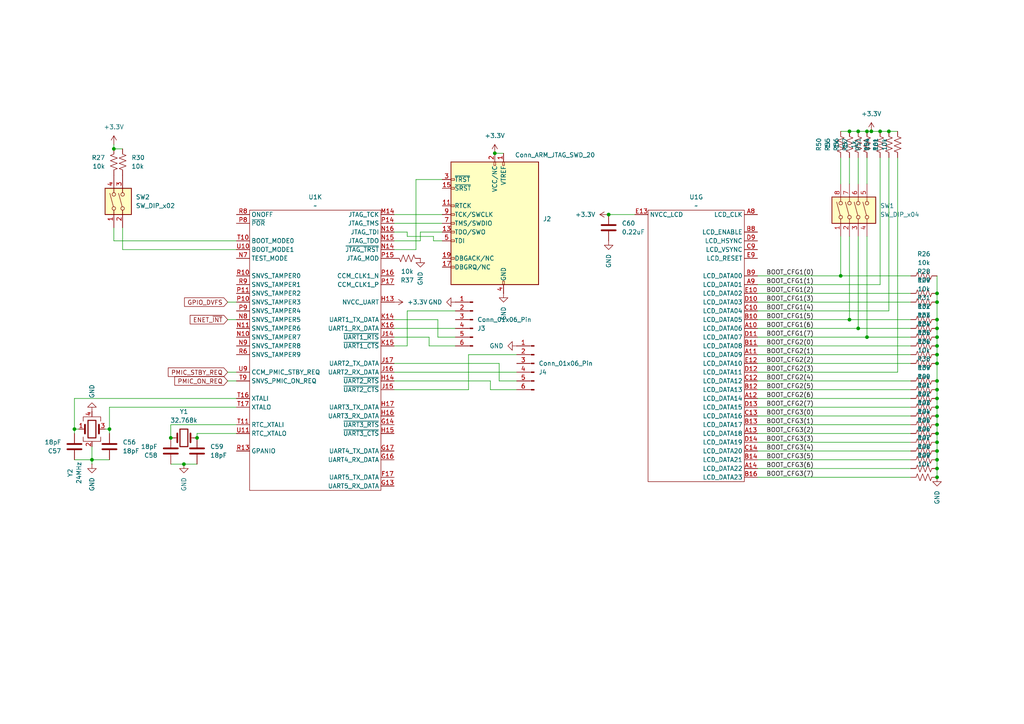
<source format=kicad_sch>
(kicad_sch (version 20231120) (generator "eeschema") (generator_version "8.0")
  (paper "A4")
  (junction (at 271.78 105.41))
  (junction (at 271.78 128.27))
  (junction (at 271.78 110.49))
  (junction (at 271.78 135.89))
  (junction (at 257.81 38.1))
  (junction (at 271.78 87.63))
  (junction (at 271.78 125.73))
  (junction (at 251.46 97.79))
  (junction (at 248.92 38.1))
  (junction (at 271.78 113.03))
  (junction (at 271.78 85.09))
  (junction (at 271.78 133.35))
  (junction (at 49.53 127))
  (junction (at 271.78 115.57))
  (junction (at 271.78 130.81))
  (junction (at 246.38 38.1))
  (junction (at 252.73 38.1))
  (junction (at 271.78 100.33))
  (junction (at 271.78 102.87))
  (junction (at 248.92 95.25))
  (junction (at 21.59 124.46))
  (junction (at 176.53 62.23))
  (junction (at 271.78 92.71))
  (junction (at 57.15 127))
  (junction (at 53.34 134.62))
  (junction (at 33.02 43.18))
  (junction (at 26.67 133.35))
  (junction (at 271.78 95.25))
  (junction (at 271.78 138.43))
  (junction (at 271.78 118.11))
  (junction (at 143.51 44.45))
  (junction (at 255.27 38.1))
  (junction (at 246.38 92.71))
  (junction (at 271.78 120.65))
  (junction (at 251.46 38.1))
  (junction (at 271.78 123.19))
  (junction (at 31.75 124.46))
  (junction (at 243.84 80.01))
  (junction (at 271.78 97.79))
  (wire (pts (xy 135.89 102.87) (xy 149.86 102.87)))
  (wire (pts (xy 114.3 72.39) (xy 120.65 72.39)))
  (wire (pts (xy 68.58 115.57) (xy 21.59 115.57)))
  (wire (pts (xy 219.71 115.57) (xy 264.16 115.57)))
  (wire (pts (xy 118.11 90.17) (xy 132.08 90.17)))
  (wire (pts (xy 21.59 115.57) (xy 21.59 124.46)))
  (wire (pts (xy 144.78 110.49) (xy 149.86 110.49)))
  (wire (pts (xy 49.53 134.62) (xy 53.34 134.62)))
  (wire (pts (xy 219.71 90.17) (xy 257.81 90.17)))
  (wire (pts (xy 33.02 69.85) (xy 33.02 66.04)))
  (wire (pts (xy 219.71 82.55) (xy 255.27 82.55)))
  (wire (pts (xy 219.71 87.63) (xy 264.16 87.63)))
  (wire (pts (xy 271.78 133.35) (xy 271.78 135.89)))
  (wire (pts (xy 35.56 72.39) (xy 68.58 72.39)))
  (wire (pts (xy 243.84 45.72) (xy 243.84 53.34)))
  (wire (pts (xy 257.81 45.72) (xy 257.81 90.17)))
  (wire (pts (xy 219.71 118.11) (xy 264.16 118.11)))
  (wire (pts (xy 114.3 105.41) (xy 144.78 105.41)))
  (wire (pts (xy 31.75 124.46) (xy 31.75 125.73)))
  (wire (pts (xy 124.46 97.79) (xy 124.46 100.33)))
  (wire (pts (xy 271.78 97.79) (xy 271.78 100.33)))
  (wire (pts (xy 243.84 68.58) (xy 243.84 80.01)))
  (wire (pts (xy 144.78 105.41) (xy 144.78 110.49)))
  (wire (pts (xy 271.78 113.03) (xy 271.78 115.57)))
  (wire (pts (xy 21.59 125.73) (xy 21.59 124.46)))
  (wire (pts (xy 271.78 120.65) (xy 271.78 123.19)))
  (wire (pts (xy 271.78 85.09) (xy 271.78 87.63)))
  (wire (pts (xy 121.92 69.85) (xy 121.92 67.31)))
  (wire (pts (xy 142.24 110.49) (xy 142.24 113.03)))
  (wire (pts (xy 271.78 100.33) (xy 271.78 102.87)))
  (wire (pts (xy 248.92 45.72) (xy 248.92 53.34)))
  (wire (pts (xy 271.78 102.87) (xy 271.78 105.41)))
  (wire (pts (xy 57.15 125.73) (xy 57.15 127)))
  (wire (pts (xy 260.35 45.72) (xy 260.35 107.95)))
  (wire (pts (xy 114.3 95.25) (xy 132.08 95.25)))
  (wire (pts (xy 246.38 45.72) (xy 246.38 53.34)))
  (wire (pts (xy 219.71 125.73) (xy 264.16 125.73)))
  (wire (pts (xy 271.78 130.81) (xy 271.78 133.35)))
  (wire (pts (xy 127 92.71) (xy 127 97.79)))
  (wire (pts (xy 219.71 120.65) (xy 264.16 120.65)))
  (wire (pts (xy 271.78 115.57) (xy 271.78 118.11)))
  (wire (pts (xy 30.48 124.46) (xy 31.75 124.46)))
  (wire (pts (xy 49.53 123.19) (xy 49.53 127)))
  (wire (pts (xy 33.02 43.18) (xy 33.02 41.91)))
  (wire (pts (xy 31.75 133.35) (xy 26.67 133.35)))
  (wire (pts (xy 124.46 100.33) (xy 132.08 100.33)))
  (wire (pts (xy 255.27 38.1) (xy 257.81 38.1)))
  (wire (pts (xy 120.65 52.07) (xy 128.27 52.07)))
  (wire (pts (xy 219.71 100.33) (xy 264.16 100.33)))
  (wire (pts (xy 219.71 97.79) (xy 251.46 97.79)))
  (wire (pts (xy 118.11 67.31) (xy 118.11 68.58)))
  (wire (pts (xy 114.3 67.31) (xy 118.11 67.31)))
  (wire (pts (xy 35.56 43.18) (xy 33.02 43.18)))
  (wire (pts (xy 68.58 123.19) (xy 49.53 123.19)))
  (wire (pts (xy 251.46 97.79) (xy 264.16 97.79)))
  (wire (pts (xy 127 97.79) (xy 132.08 97.79)))
  (wire (pts (xy 142.24 113.03) (xy 149.86 113.03)))
  (wire (pts (xy 114.3 64.77) (xy 128.27 64.77)))
  (wire (pts (xy 248.92 68.58) (xy 248.92 95.25)))
  (wire (pts (xy 257.81 38.1) (xy 260.35 38.1)))
  (wire (pts (xy 219.71 128.27) (xy 264.16 128.27)))
  (wire (pts (xy 271.78 128.27) (xy 271.78 130.81)))
  (wire (pts (xy 66.04 107.95) (xy 68.58 107.95)))
  (wire (pts (xy 114.3 107.95) (xy 149.86 107.95)))
  (wire (pts (xy 271.78 92.71) (xy 271.78 95.25)))
  (wire (pts (xy 248.92 95.25) (xy 264.16 95.25)))
  (wire (pts (xy 255.27 45.72) (xy 255.27 82.55)))
  (wire (pts (xy 271.78 110.49) (xy 271.78 113.03)))
  (wire (pts (xy 251.46 68.58) (xy 251.46 97.79)))
  (wire (pts (xy 271.78 87.63) (xy 271.78 92.71)))
  (wire (pts (xy 26.67 134.62) (xy 26.67 133.35)))
  (wire (pts (xy 219.71 105.41) (xy 264.16 105.41)))
  (wire (pts (xy 271.78 125.73) (xy 271.78 128.27)))
  (wire (pts (xy 271.78 123.19) (xy 271.78 125.73)))
  (wire (pts (xy 114.3 92.71) (xy 127 92.71)))
  (wire (pts (xy 271.78 80.01) (xy 271.78 85.09)))
  (wire (pts (xy 118.11 100.33) (xy 118.11 90.17)))
  (wire (pts (xy 120.65 72.39) (xy 120.65 52.07)))
  (wire (pts (xy 121.92 67.31) (xy 128.27 67.31)))
  (wire (pts (xy 219.71 85.09) (xy 264.16 85.09)))
  (wire (pts (xy 135.89 113.03) (xy 135.89 102.87)))
  (wire (pts (xy 114.3 62.23) (xy 128.27 62.23)))
  (wire (pts (xy 271.78 118.11) (xy 271.78 120.65)))
  (wire (pts (xy 21.59 133.35) (xy 26.67 133.35)))
  (wire (pts (xy 243.84 80.01) (xy 264.16 80.01)))
  (wire (pts (xy 251.46 38.1) (xy 252.73 38.1)))
  (wire (pts (xy 219.71 130.81) (xy 264.16 130.81)))
  (wire (pts (xy 21.59 124.46) (xy 22.86 124.46)))
  (wire (pts (xy 125.73 69.85) (xy 128.27 69.85)))
  (wire (pts (xy 246.38 92.71) (xy 264.16 92.71)))
  (wire (pts (xy 53.34 134.62) (xy 57.15 134.62)))
  (wire (pts (xy 114.3 69.85) (xy 121.92 69.85)))
  (wire (pts (xy 35.56 66.04) (xy 35.56 72.39)))
  (wire (pts (xy 114.3 113.03) (xy 135.89 113.03)))
  (wire (pts (xy 114.3 100.33) (xy 118.11 100.33)))
  (wire (pts (xy 219.71 95.25) (xy 248.92 95.25)))
  (wire (pts (xy 26.67 133.35) (xy 26.67 129.54)))
  (wire (pts (xy 219.71 110.49) (xy 264.16 110.49)))
  (wire (pts (xy 31.75 118.11) (xy 31.75 124.46)))
  (wire (pts (xy 219.71 135.89) (xy 264.16 135.89)))
  (wire (pts (xy 66.04 110.49) (xy 68.58 110.49)))
  (wire (pts (xy 219.71 102.87) (xy 264.16 102.87)))
  (wire (pts (xy 219.71 107.95) (xy 260.35 107.95)))
  (wire (pts (xy 31.75 118.11) (xy 68.58 118.11)))
  (wire (pts (xy 219.71 80.01) (xy 243.84 80.01)))
  (wire (pts (xy 125.73 68.58) (xy 125.73 69.85)))
  (wire (pts (xy 68.58 69.85) (xy 33.02 69.85)))
  (wire (pts (xy 252.73 38.1) (xy 255.27 38.1)))
  (wire (pts (xy 219.71 113.03) (xy 264.16 113.03)))
  (wire (pts (xy 68.58 125.73) (xy 57.15 125.73)))
  (wire (pts (xy 271.78 105.41) (xy 271.78 110.49)))
  (wire (pts (xy 143.51 44.45) (xy 146.05 44.45)))
  (wire (pts (xy 142.24 110.49) (xy 114.3 110.49)))
  (wire (pts (xy 246.38 38.1) (xy 248.92 38.1)))
  (wire (pts (xy 66.04 87.63) (xy 68.58 87.63)))
  (wire (pts (xy 271.78 135.89) (xy 271.78 138.43)))
  (wire (pts (xy 124.46 97.79) (xy 114.3 97.79)))
  (wire (pts (xy 251.46 45.72) (xy 251.46 53.34)))
  (wire (pts (xy 66.04 92.71) (xy 68.58 92.71)))
  (wire (pts (xy 246.38 68.58) (xy 246.38 92.71)))
  (wire (pts (xy 243.84 38.1) (xy 246.38 38.1)))
  (wire (pts (xy 248.92 38.1) (xy 251.46 38.1)))
  (wire (pts (xy 219.71 133.35) (xy 264.16 133.35)))
  (wire (pts (xy 219.71 92.71) (xy 246.38 92.71)))
  (wire (pts (xy 271.78 95.25) (xy 271.78 97.79)))
  (wire (pts (xy 219.71 123.19) (xy 264.16 123.19)))
  (wire (pts (xy 219.71 138.43) (xy 264.16 138.43)))
  (wire (pts (xy 118.11 68.58) (xy 125.73 68.58)))
  (wire (pts (xy 176.53 62.23) (xy 184.15 62.23)))
  (label "BOOT_CFG1(5)" (at 222.25 92.71 0))
  (label "BOOT_CFG1(3)" (at 222.25 87.63 0))
  (label "BOOT_CFG3(1)" (at 222.25 123.19 0))
  (label "BOOT_CFG2(5)" (at 222.25 113.03 0))
  (label "BOOT_CFG1(7)" (at 222.25 97.79 0))
  (label "BOOT_CFG1(1)" (at 222.25 82.55 0))
  (label "BOOT_CFG3(3)" (at 222.25 128.27 0))
  (label "BOOT_CFG2(4)" (at 222.25 110.49 0))
  (label "BOOT_CFG2(3)" (at 222.25 107.95 0))
  (label "BOOT_CFG2(1)" (at 222.25 102.87 0))
  (label "BOOT_CFG3(2)" (at 222.25 125.73 0))
  (label "BOOT_CFG3(7)" (at 222.25 138.43 0))
  (label "BOOT_CFG2(0)" (at 222.25 100.33 0))
  (label "BOOT_CFG1(0)" (at 222.25 80.01 0))
  (label "BOOT_CFG2(7)" (at 222.25 118.11 0))
  (label "BOOT_CFG3(5)" (at 222.25 133.35 0))
  (label "BOOT_CFG1(4)" (at 222.25 90.17 0))
  (label "BOOT_CFG3(0)" (at 222.25 120.65 0))
  (label "BOOT_CFG1(2)" (at 222.25 85.09 0))
  (label "BOOT_CFG1(6)" (at 222.25 95.25 0))
  (label "BOOT_CFG2(6)" (at 222.25 115.57 0))
  (label "BOOT_CFG3(4)" (at 222.25 130.81 0))
  (label "BOOT_CFG2(2)" (at 222.25 105.41 0))
  (label "BOOT_CFG3(6)" (at 222.25 135.89 0))
  (global_label "PMIC_ON_REQ" (shape input) (at 66.04 110.49 180) (property "Intersheetrefs" "${INTERSHEET_REFS}" (effects (hide yes))))
  (global_label "GPIO_DVFS" (shape input) (at 66.04 87.63 180) (property "Intersheetrefs" "${INTERSHEET_REFS}" (effects (hide yes))))
  (global_label "PMIC_STBY_REQ" (shape input) (at 66.04 107.95 180) (property "Intersheetrefs" "${INTERSHEET_REFS}" (effects (hide yes))))
  (global_label "ENET_~{INT}" (shape input) (at 66.04 92.71 180) (property "Intersheetrefs" "${INTERSHEET_REFS}" (effects (hide yes))))
  (symbol (lib_id "Switch:SW_DIP_x04") (at 248.92 60.96 90) (unit 1)
    (property "Reference" "SW1" (at 255.27 59.6899 90) (effects (justify right)))
    (property "Value" "SW_DIP_x04" (at 255.27 62.2299 90) (effects (justify right)))
    (property "Footprint" "Button_Switch_SMD:SW_DIP_SPSTx04_Slide_Omron_A6S-410x_W8.9mm_P2.54mm" (effects (hide yes)))
    (property "Description" "4x DIP Switch, Single Pole Single Throw (SPST) switch, small symbol" (effects (hide yes)))
  )
  (symbol (lib_id "Device:R_US") (at 267.97 110.49 90) (unit 1)
    (property "Reference" "R38" (at 267.97 104.14 90))
    (property "Value" "10k" (at 267.97 106.68 90))
    (property "Description" "Resistor, US symbol" (effects (hide yes)))
  )
  (symbol (lib_id "Switch:SW_DIP_x02") (at 35.56 58.42 90) (unit 1)
    (property "Reference" "SW2" (at 39.37 57.1499 90) (effects (justify right)))
    (property "Value" "SW_DIP_x02" (at 39.37 59.6899 90) (effects (justify right)))
    (property "Description" "2x DIP Switch, Single Pole Single Throw (SPST) switch, small symbol" (effects (hide yes)))
  )
  (symbol (lib_id "imx6:MCIMX6Y2CVM08AB") (at 203.2 78.74 0) (unit 7)
    (property "Reference" "U1" (at 201.93 57.15 0))
    (property "Value" "~" (at 201.93 59.69 0))
    (property "Footprint" "Package_BGA:MAPBGA_14x14mm_Layout17x17_P0.8mm" (effects (hide yes)))
  )
  (symbol (lib_id "Device:R_US") (at 267.97 133.35 90) (unit 1)
    (property "Reference" "R47" (at 267.97 127 90))
    (property "Value" "10k" (at 267.97 129.54 90))
    (property "Description" "Resistor, US symbol" (effects (hide yes)))
  )
  (symbol (lib_id "Device:R_US") (at 267.97 125.73 90) (unit 1)
    (property "Reference" "R44" (at 267.97 119.38 90))
    (property "Value" "10k" (at 267.97 121.92 90))
    (property "Description" "Resistor, US symbol" (effects (hide yes)))
  )
  (symbol (lib_id "power:GND") (at 26.67 119.38 180) (unit 1)
    (property "Reference" "#PWR049" (effects (hide yes)))
    (property "Value" "GND" (at 26.6699 115.57 90) (effects (justify right)))
    (property "Description" "Power symbol creates a global label with name \"GND\" , ground" (effects (hide yes)))
  )
  (symbol (lib_id "Device:R_US") (at 267.97 80.01 90) (unit 1)
    (property "Reference" "R26" (at 267.97 73.66 90))
    (property "Value" "10k" (at 267.97 76.2 90))
    (property "Description" "Resistor, US symbol" (effects (hide yes)))
  )
  (symbol (lib_id "Device:R_US") (at 260.35 41.91 180) (unit 1)
    (property "Reference" "R61" (at 254 41.91 90))
    (property "Value" "10k" (at 256.54 41.91 90))
    (property "Description" "Resistor, US symbol" (effects (hide yes)))
  )
  (symbol (lib_id "Device:C") (at 176.53 66.04 0) (unit 1)
    (property "Reference" "C60" (at 180.34 64.7699 0) (effects (justify left)))
    (property "Value" "0.22uF" (at 180.34 67.3099 0) (effects (justify left)))
    (property "Description" "Unpolarized capacitor" (effects (hide yes)))
  )
  (symbol (lib_id "power:GND") (at 271.78 138.43 0) (unit 1)
    (property "Reference" "#PWR055" (effects (hide yes)))
    (property "Value" "GND" (at 271.7799 142.24 90) (effects (justify right)))
    (property "Description" "Power symbol creates a global label with name \"GND\" , ground" (effects (hide yes)))
  )
  (symbol (lib_id "Device:R_US") (at 267.97 92.71 90) (unit 1)
    (property "Reference" "R31" (at 267.97 86.36 90))
    (property "Value" "10k" (at 267.97 88.9 90))
    (property "Description" "Resistor, US symbol" (effects (hide yes)))
  )
  (symbol (lib_id "Device:R_US") (at 267.97 113.03 90) (unit 1)
    (property "Reference" "R39" (at 267.97 106.68 90))
    (property "Value" "10k" (at 267.97 109.22 90))
    (property "Description" "Resistor, US symbol" (effects (hide yes)))
  )
  (symbol (lib_id "Device:R_US") (at 267.97 102.87 90) (unit 1)
    (property "Reference" "R35" (at 267.97 96.52 90))
    (property "Value" "10k" (at 267.97 99.06 90))
    (property "Description" "Resistor, US symbol" (effects (hide yes)))
  )
  (symbol (lib_id "Device:R_US") (at 267.97 138.43 90) (unit 1)
    (property "Reference" "R49" (at 267.97 132.08 90))
    (property "Value" "10k" (at 267.97 134.62 90))
    (property "Description" "Resistor, US symbol" (effects (hide yes)))
  )
  (symbol (lib_id "power:+3.3V") (at 114.3 87.63 270) (unit 1)
    (property "Reference" "#PWR053" (effects (hide yes)))
    (property "Value" "+3.3V" (at 118.11 87.6299 90) (effects (justify left)))
    (property "Description" "Power symbol creates a global label with name \"+3.3V\"" (effects (hide yes)))
  )
  (symbol (lib_id "Device:C") (at 21.59 129.54 180) (unit 1)
    (property "Reference" "C57" (at 17.78 130.8101 0) (effects (justify left)))
    (property "Value" "18pF" (at 17.78 128.2701 0) (effects (justify left)))
    (property "Description" "Unpolarized capacitor" (effects (hide yes)))
  )
  (symbol (lib_id "Device:R_US") (at 267.97 115.57 90) (unit 1)
    (property "Reference" "R40" (at 267.97 109.22 90))
    (property "Value" "10k" (at 267.97 111.76 90))
    (property "Description" "Resistor, US symbol" (effects (hide yes)))
  )
  (symbol (lib_id "power:GND") (at 146.05 85.09 0) (unit 1)
    (property "Reference" "#PWR065" (effects (hide yes)))
    (property "Value" "GND" (at 146.0499 88.9 90) (effects (justify right)))
    (property "Description" "Power symbol creates a global label with name \"GND\" , ground" (effects (hide yes)))
  )
  (symbol (lib_id "power:+3.3V") (at 143.51 44.45 0) (mirror y) (unit 1)
    (property "Reference" "#PWR066" (effects (hide yes)))
    (property "Value" "+3.3V" (at 143.51 39.37 0))
    (property "Description" "Power symbol creates a global label with name \"+3.3V\"" (effects (hide yes)))
  )
  (symbol (lib_id "Device:R_US") (at 255.27 41.91 180) (unit 1)
    (property "Reference" "R51" (at 248.92 41.91 90))
    (property "Value" "10k" (at 251.46 41.91 90))
    (property "Description" "Resistor, US symbol" (effects (hide yes)))
  )
  (symbol (lib_id "power:GND") (at 121.92 74.93 0) (unit 1)
    (property "Reference" "#PWR067" (effects (hide yes)))
    (property "Value" "GND" (at 121.9199 78.74 90) (effects (justify right)))
    (property "Description" "Power symbol creates a global label with name \"GND\" , ground" (effects (hide yes)))
  )
  (symbol (lib_id "power:GND") (at 53.34 134.62 0) (unit 1)
    (property "Reference" "#PWR051" (effects (hide yes)))
    (property "Value" "GND" (at 53.3399 138.43 90) (effects (justify right)))
    (property "Description" "Power symbol creates a global label with name \"GND\" , ground" (effects (hide yes)))
  )
  (symbol (lib_id "Device:R_US") (at 267.97 135.89 90) (unit 1)
    (property "Reference" "R48" (at 267.97 129.54 90))
    (property "Value" "10k" (at 267.97 132.08 90))
    (property "Description" "Resistor, US symbol" (effects (hide yes)))
  )
  (symbol (lib_id "Device:R_US") (at 267.97 128.27 90) (unit 1)
    (property "Reference" "R45" (at 267.97 121.92 90))
    (property "Value" "10k" (at 267.97 124.46 90))
    (property "Description" "Resistor, US symbol" (effects (hide yes)))
  )
  (symbol (lib_id "Connector:Conn_01x06_Pin") (at 137.16 92.71 0) (mirror y) (unit 1)
    (property "Reference" "J3" (at 138.43 95.2501 0) (effects (justify right)))
    (property "Value" "Conn_01x06_Pin" (at 138.43 92.7101 0) (effects (justify right)))
    (property "Description" "Generic connector, single row, 01x06, script generated" (effects (hide yes)))
  )
  (symbol (lib_id "Device:R_US") (at 267.97 95.25 90) (unit 1)
    (property "Reference" "R32" (at 267.97 88.9 90))
    (property "Value" "10k" (at 267.97 91.44 90))
    (property "Description" "Resistor, US symbol" (effects (hide yes)))
  )
  (symbol (lib_id "Device:R_US") (at 267.97 105.41 90) (unit 1)
    (property "Reference" "R36" (at 267.97 99.06 90))
    (property "Value" "10k" (at 267.97 101.6 90))
    (property "Description" "Resistor, US symbol" (effects (hide yes)))
  )
  (symbol (lib_id "power:GND") (at 149.86 100.33 270) (unit 1)
    (property "Reference" "#PWR074" (effects (hide yes)))
    (property "Value" "GND" (at 146.05 100.3299 90) (effects (justify right)))
    (property "Description" "Power symbol creates a global label with name \"GND\" , ground" (effects (hide yes)))
  )
  (symbol (lib_id "Device:C") (at 31.75 129.54 0) (unit 1)
    (property "Reference" "C56" (at 35.56 128.2699 0) (effects (justify left)))
    (property "Value" "18pF" (at 35.56 130.8099 0) (effects (justify left)))
    (property "Description" "Unpolarized capacitor" (effects (hide yes)))
  )
  (symbol (lib_id "Device:Crystal") (at 53.34 127 0) (unit 1)
    (property "Reference" "Y1" (at 53.34 119.38 0))
    (property "Value" "32.768k" (at 53.34 121.92 0))
    (property "Footprint" "Crystal:Crystal_SMD_3215-2Pin_3.2x1.5mm" (effects (hide yes)))
    (property "Description" "Two pin crystal" (effects (hide yes)))
  )
  (symbol (lib_id "power:+3.3V") (at 252.73 38.1 0) (unit 1)
    (property "Reference" "#PWR056" (effects (hide yes)))
    (property "Value" "+3.3V" (at 252.73 33.02 0))
    (property "Description" "Power symbol creates a global label with name \"+3.3V\"" (effects (hide yes)))
  )
  (symbol (lib_id "Device:Crystal_GND24") (at 26.67 124.46 0) (mirror x) (unit 1)
    (property "Reference" "Y2" (at 20.3514 137.16 90))
    (property "Value" "24MHz" (at 22.8914 137.16 90))
    (property "Footprint" "Crystal:Crystal_SMD_SeikoEpson_TSX3225-4Pin_3.2x2.5mm" (effects (hide yes)))
    (property "Description" "Four pin crystal, GND on pins 2 and 4" (effects (hide yes)))
  )
  (symbol (lib_id "Device:C") (at 57.15 130.81 0) (unit 1)
    (property "Reference" "C59" (at 60.96 129.5399 0) (effects (justify left)))
    (property "Value" "18pF" (at 60.96 132.0799 0) (effects (justify left)))
    (property "Description" "Unpolarized capacitor" (effects (hide yes)))
  )
  (symbol (lib_id "Device:R_US") (at 267.97 120.65 90) (unit 1)
    (property "Reference" "R42" (at 267.97 114.3 90))
    (property "Value" "10k" (at 267.97 116.84 90))
    (property "Description" "Resistor, US symbol" (effects (hide yes)))
  )
  (symbol (lib_id "Device:R_US") (at 267.97 87.63 90) (unit 1)
    (property "Reference" "R29" (at 267.97 81.28 90))
    (property "Value" "10k" (at 267.97 83.82 90))
    (property "Description" "Resistor, US symbol" (effects (hide yes)))
  )
  (symbol (lib_id "Device:R_US") (at 246.38 41.91 180) (unit 1)
    (property "Reference" "R55" (at 240.03 41.91 90))
    (property "Value" "1k" (at 242.57 41.91 90))
    (property "Description" "Resistor, US symbol" (effects (hide yes)))
  )
  (symbol (lib_id "imx6:MCIMX6Y2CVM08AB") (at 90.17 78.74 0) (unit 11)
    (property "Reference" "U1" (at 91.44 57.15 0))
    (property "Value" "~" (at 91.44 59.69 0))
    (property "Footprint" "Package_BGA:MAPBGA_14x14mm_Layout17x17_P0.8mm" (effects (hide yes)))
  )
  (symbol (lib_id "Device:R_US") (at 257.81 41.91 180) (unit 1)
    (property "Reference" "R54" (at 251.46 41.91 90))
    (property "Value" "10k" (at 254 41.91 90))
    (property "Description" "Resistor, US symbol" (effects (hide yes)))
  )
  (symbol (lib_id "power:GND") (at 132.08 87.63 270) (unit 1)
    (property "Reference" "#PWR073" (effects (hide yes)))
    (property "Value" "GND" (at 128.27 87.6299 90) (effects (justify right)))
    (property "Description" "Power symbol creates a global label with name \"GND\" , ground" (effects (hide yes)))
  )
  (symbol (lib_id "power:GND") (at 26.67 134.62 0) (unit 1)
    (property "Reference" "#PWR050" (effects (hide yes)))
    (property "Value" "GND" (at 26.6699 138.43 90) (effects (justify right)))
    (property "Description" "Power symbol creates a global label with name \"GND\" , ground" (effects (hide yes)))
  )
  (symbol (lib_id "Device:R_US") (at 267.97 118.11 90) (unit 1)
    (property "Reference" "R41" (at 267.97 111.76 90))
    (property "Value" "10k" (at 267.97 114.3 90))
    (property "Description" "Resistor, US symbol" (effects (hide yes)))
  )
  (symbol (lib_id "Device:R_US") (at 248.92 41.91 180) (unit 1)
    (property "Reference" "R56" (at 242.57 41.91 90))
    (property "Value" "1k" (at 245.11 41.91 90))
    (property "Description" "Resistor, US symbol" (effects (hide yes)))
  )
  (symbol (lib_id "Device:R_US") (at 267.97 130.81 90) (unit 1)
    (property "Reference" "R46" (at 267.97 124.46 90))
    (property "Value" "10k" (at 267.97 127 90))
    (property "Description" "Resistor, US symbol" (effects (hide yes)))
  )
  (symbol (lib_id "Device:R_US") (at 118.11 74.93 90) (mirror x) (unit 1)
    (property "Reference" "R37" (at 118.11 81.28 90))
    (property "Value" "10k" (at 118.11 78.74 90))
    (property "Description" "Resistor, US symbol" (effects (hide yes)))
  )
  (symbol (lib_id "Device:R_US") (at 243.84 41.91 180) (unit 1)
    (property "Reference" "R50" (at 237.49 41.91 90))
    (property "Value" "1k" (at 240.03 41.91 90))
    (property "Description" "Resistor, US symbol" (effects (hide yes)))
  )
  (symbol (lib_id "power:+3.3V") (at 33.02 41.91 0) (unit 1)
    (property "Reference" "#PWR057" (effects (hide yes)))
    (property "Value" "+3.3V" (at 33.02 36.83 0))
    (property "Description" "Power symbol creates a global label with name \"+3.3V\"" (effects (hide yes)))
  )
  (symbol (lib_id "Device:R_US") (at 251.46 41.91 180) (unit 1)
    (property "Reference" "R57" (at 245.11 41.91 90))
    (property "Value" "1k" (at 247.65 41.91 90))
    (property "Description" "Resistor, US symbol" (effects (hide yes)))
  )
  (symbol (lib_id "Device:R_US") (at 267.97 97.79 90) (unit 1)
    (property "Reference" "R33" (at 267.97 91.44 90))
    (property "Value" "10k" (at 267.97 93.98 90))
    (property "Description" "Resistor, US symbol" (effects (hide yes)))
  )
  (symbol (lib_id "Device:R_US") (at 267.97 100.33 90) (unit 1)
    (property "Reference" "R34" (at 267.97 93.98 90))
    (property "Value" "10k" (at 267.97 96.52 90))
    (property "Description" "Resistor, US symbol" (effects (hide yes)))
  )
  (symbol (lib_id "Device:R_US") (at 35.56 46.99 180) (unit 1)
    (property "Reference" "R30" (at 38.1 45.7199 0) (effects (justify right)))
    (property "Value" "10k" (at 38.1 48.2599 0) (effects (justify right)))
    (property "Description" "Resistor, US symbol" (effects (hide yes)))
  )
  (symbol (lib_id "Connector:Conn_01x06_Pin") (at 154.94 105.41 0) (mirror y) (unit 1)
    (property "Reference" "J4" (at 156.21 107.9501 0) (effects (justify right)))
    (property "Value" "Conn_01x06_Pin" (at 156.21 105.4101 0) (effects (justify right)))
    (property "Description" "Generic connector, single row, 01x06, script generated" (effects (hide yes)))
  )
  (symbol (lib_id "Device:C") (at 49.53 130.81 180) (unit 1)
    (property "Reference" "C58" (at 45.72 132.0801 0) (effects (justify left)))
    (property "Value" "18pF" (at 45.72 129.5401 0) (effects (justify left)))
    (property "Description" "Unpolarized capacitor" (effects (hide yes)))
  )
  (symbol (lib_id "Device:R_US") (at 267.97 85.09 90) (unit 1)
    (property "Reference" "R28" (at 267.97 78.74 90))
    (property "Value" "10k" (at 267.97 81.28 90))
    (property "Description" "Resistor, US symbol" (effects (hide yes)))
  )
  (symbol (lib_id "Device:R_US") (at 33.02 46.99 0) (mirror x) (unit 1)
    (property "Reference" "R27" (at 30.48 45.7199 0) (effects (justify right)))
    (property "Value" "10k" (at 30.48 48.2599 0) (effects (justify right)))
    (property "Description" "Resistor, US symbol" (effects (hide yes)))
  )
  (symbol (lib_id "power:+3.3V") (at 176.53 62.23 90) (unit 1)
    (property "Reference" "#PWR052" (effects (hide yes)))
    (property "Value" "+3.3V" (at 172.72 62.2299 90) (effects (justify left)))
    (property "Description" "Power symbol creates a global label with name \"+3.3V\"" (effects (hide yes)))
  )
  (symbol (lib_id "Device:R_US") (at 267.97 123.19 90) (unit 1)
    (property "Reference" "R43" (at 267.97 116.84 90))
    (property "Value" "10k" (at 267.97 119.38 90))
    (property "Description" "Resistor, US symbol" (effects (hide yes)))
  )
  (symbol (lib_id "Connector:Conn_ARM_JTAG_SWD_20") (at 143.51 64.77 0) (mirror y) (unit 1)
    (property "Reference" "J2" (at 157.48 63.4999 0) (effects (justify right)))
    (property "Value" "Conn_ARM_JTAG_SWD_20" (at 149.352 44.958 0) (effects (justify right)))
    (property "Datasheet" "http://infocenter.arm.com/help/topic/com.arm.doc.dui0499b/DUI0499B_system_design_reference.pdf" (effects (hide yes)))
    (property "Description" "Standard IDC20 Pinheader Connector, ARM legacy JTAG and SWD interface" (effects (hide yes)))
  )
  (symbol (lib_id "power:GND") (at 176.53 69.85 0) (unit 1)
    (property "Reference" "#PWR054" (effects (hide yes)))
    (property "Value" "GND" (at 176.5299 73.66 90) (effects (justify right)))
    (property "Description" "Power symbol creates a global label with name \"GND\" , ground" (effects (hide yes)))
  )
)
</source>
